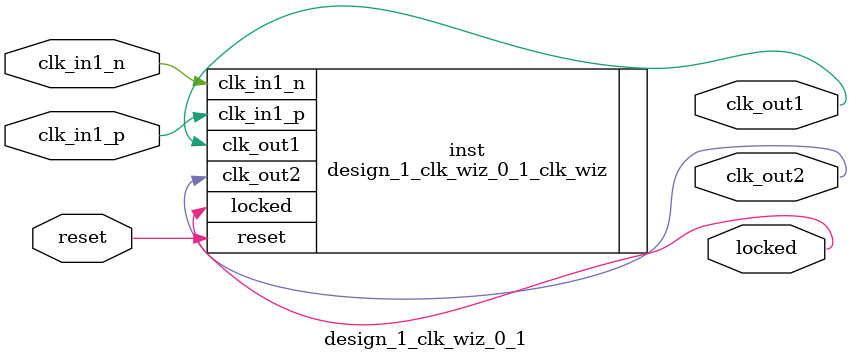
<source format=v>


`timescale 1ps/1ps

(* CORE_GENERATION_INFO = "design_1_clk_wiz_0_1,clk_wiz_v6_0_2_0_0,{component_name=design_1_clk_wiz_0_1,use_phase_alignment=true,use_min_o_jitter=true,use_max_i_jitter=false,use_dyn_phase_shift=false,use_inclk_switchover=false,use_dyn_reconfig=false,enable_axi=0,feedback_source=FDBK_AUTO,PRIMITIVE=MMCM,num_out_clk=2,clkin1_period=8.000,clkin2_period=10.0,use_power_down=false,use_reset=true,use_locked=true,use_inclk_stopped=false,feedback_type=SINGLE,CLOCK_MGR_TYPE=NA,manual_override=false}" *)

module design_1_clk_wiz_0_1 
 (
  // Clock out ports
  output        clk_out1,
  output        clk_out2,
  // Status and control signals
  input         reset,
  output        locked,
 // Clock in ports
  input         clk_in1_p,
  input         clk_in1_n
 );

  design_1_clk_wiz_0_1_clk_wiz inst
  (
  // Clock out ports  
  .clk_out1(clk_out1),
  .clk_out2(clk_out2),
  // Status and control signals               
  .reset(reset), 
  .locked(locked),
 // Clock in ports
  .clk_in1_p(clk_in1_p),
  .clk_in1_n(clk_in1_n)
  );

endmodule

</source>
